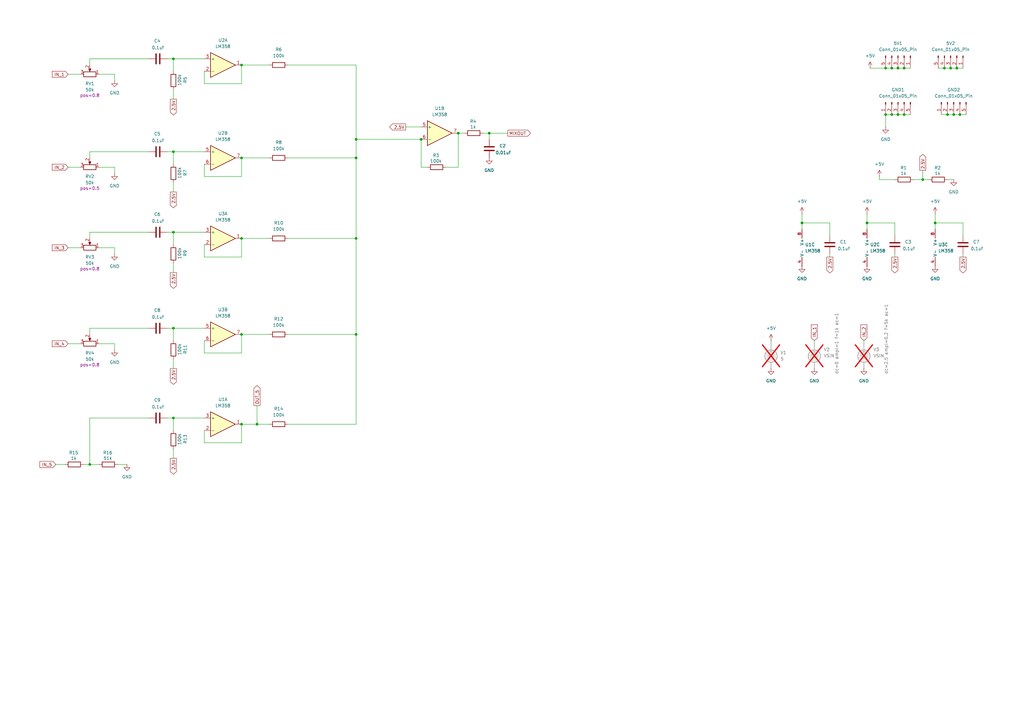
<source format=kicad_sch>
(kicad_sch (version 20231120) (generator "eeschema") (generator_version "8.0")
  (paper "A3")
  (lib_symbols
    (symbol "Amplifier_Operational:LM358" (pin_names (offset 0.127))
      (property "Reference" "U" (at 0 5.08 0))
      (property "Value" "LM358" (at 0 -5.08 0))
      (symbol "LM358_1_1"
        (polyline (pts (xy -5.08 5.08) (xy 5.08 0) (xy -5.08 -5.08) (xy -5.08 5.08)) (stroke (width 0.254)) (fill (type background)))
        (pin output line (at 7.62 0 180) (length 2.54) (name "~") (number "1"))
        (pin input line (at -7.62 -2.54 0) (length 2.54) (name "-") (number "2"))
        (pin input line (at -7.62 2.54 0) (length 2.54) (name "+") (number "3"))
      )
      (symbol "LM358_2_1"
        (polyline (pts (xy -5.08 5.08) (xy 5.08 0) (xy -5.08 -5.08) (xy -5.08 5.08)) (stroke (width 0.254)) (fill (type background)))
        (pin input line (at -7.62 2.54 0) (length 2.54) (name "+") (number "5"))
        (pin input line (at -7.62 -2.54 0) (length 2.54) (name "-") (number "6"))
        (pin output line (at 7.62 0 180) (length 2.54) (name "~") (number "7"))
      )
      (symbol "LM358_3_1"
        (pin power_in line (at -2.54 -7.62 90) (length 3.81) (name "V-") (number "4"))
        (pin power_in line (at -2.54 7.62 270) (length 3.81) (name "V+") (number "8"))
      )
    )
    (symbol "Connector:Conn_01x05_Pin" (pin_names (offset 1.016) hide)
      (property "Reference" "J" (at 0 7.62 0))
      (property "Value" "Conn_01x05_Pin" (at 0 -7.62 0))
      (symbol "Conn_01x05_Pin_1_1"
        (polyline (pts (xy 1.27 -5.08) (xy 0.8636 -5.08)) (stroke (width 0.1524)))
        (polyline (pts (xy 1.27 -2.54) (xy 0.8636 -2.54)) (stroke (width 0.1524)))
        (polyline (pts (xy 1.27 0) (xy 0.8636 0)) (stroke (width 0.1524)))
        (polyline (pts (xy 1.27 2.54) (xy 0.8636 2.54)) (stroke (width 0.1524)))
        (polyline (pts (xy 1.27 5.08) (xy 0.8636 5.08)) (stroke (width 0.1524)))
        (rectangle (start 0.8636 -4.953) (end 0 -5.207) (stroke (width 0.1524)) (fill (type outline)))
        (rectangle (start 0.8636 -2.413) (end 0 -2.667) (stroke (width 0.1524)) (fill (type outline)))
        (rectangle (start 0.8636 0.127) (end 0 -0.127) (stroke (width 0.1524)) (fill (type outline)))
        (rectangle (start 0.8636 2.667) (end 0 2.413) (stroke (width 0.1524)) (fill (type outline)))
        (rectangle (start 0.8636 5.207) (end 0 4.953) (stroke (width 0.1524)) (fill (type outline)))
        (pin passive line (at 5.08 5.08 180) (length 3.81) (name "Pin_1") (number "1"))
        (pin passive line (at 5.08 2.54 180) (length 3.81) (name "Pin_2") (number "2"))
        (pin passive line (at 5.08 0 180) (length 3.81) (name "Pin_3") (number "3"))
        (pin passive line (at 5.08 -2.54 180) (length 3.81) (name "Pin_4") (number "4"))
        (pin passive line (at 5.08 -5.08 180) (length 3.81) (name "Pin_5") (number "5"))
      )
    )
    (symbol "Device:C" (pin_numbers hide) (pin_names (offset 0.254))
      (property "Reference" "C" (at 0.635 2.54 0))
      (property "Value" "C" (at 0.635 -2.54 0))
      (symbol "C_0_1"
        (polyline (pts (xy -2.032 -0.762) (xy 2.032 -0.762)) (stroke (width 0.508)))
        (polyline (pts (xy -2.032 0.762) (xy 2.032 0.762)) (stroke (width 0.508)))
      )
      (symbol "C_1_1"
        (pin passive line (at 0 3.81 270) (length 2.794) (name "~") (number "1"))
        (pin passive line (at 0 -3.81 90) (length 2.794) (name "~") (number "2"))
      )
    )
    (symbol "Device:R" (pin_numbers hide) (pin_names (offset 0))
      (property "Reference" "R" (at 2.032 0 90))
      (property "Value" "R" (at 0 0 90))
      (symbol "R_0_1"
        (rectangle (start -1.016 -2.54) (end 1.016 2.54) (stroke (width 0.254)))
      )
      (symbol "R_1_1"
        (pin passive line (at 0 3.81 270) (length 1.27) (name "~") (number "1"))
        (pin passive line (at 0 -3.81 90) (length 1.27) (name "~") (number "2"))
      )
    )
    (symbol "Device:R_Potentiometer" (pin_names (offset 1.016) hide)
      (property "Reference" "RV" (at -4.445 0 90))
      (property "Value" "R_Potentiometer" (at -2.54 0 90))
      (symbol "R_Potentiometer_0_1"
        (polyline (pts (xy 2.54 0) (xy 1.524 0)))
        (polyline (pts (xy 1.143 0) (xy 2.286 0.508) (xy 2.286 -0.508) (xy 1.143 0)) (fill (type outline)))
        (rectangle (start 1.016 2.54) (end -1.016 -2.54) (stroke (width 0.254)))
      )
      (symbol "R_Potentiometer_1_1"
        (pin passive line (at 0 3.81 270) (length 1.27) (name "1") (number "1"))
        (pin passive line (at 3.81 0 180) (length 1.27) (name "2") (number "2"))
        (pin passive line (at 0 -3.81 90) (length 1.27) (name "3") (number "3"))
      )
    )
    (symbol "Simulation_SPICE:VDC" (pin_numbers hide) (pin_names (offset 0.0254))
      (property "Reference" "V" (at 2.54 2.54 0))
      (property "Value" "1" (at 2.54 0 0))
      (symbol "VDC_0_0"
        (polyline (pts (xy -1.27 0.254) (xy 1.27 0.254)))
        (polyline (pts (xy -0.762 -0.254) (xy -1.27 -0.254)))
        (polyline (pts (xy 0.254 -0.254) (xy -0.254 -0.254)))
        (polyline (pts (xy 1.27 -0.254) (xy 0.762 -0.254)))
        (text "+" (at 0 1.905 0) (effects (font (size 1.27 1.27))))
      )
      (symbol "VDC_0_1"
        (circle (center 0 0) (radius 2.54) (stroke (width 0.254)) (fill (type background)))
      )
      (symbol "VDC_1_1"
        (pin passive line (at 0 5.08 270) (length 2.54) (name "~") (number "1"))
        (pin passive line (at 0 -5.08 90) (length 2.54) (name "~") (number "2"))
      )
    )
    (symbol "Simulation_SPICE:VSIN" (pin_numbers hide) (pin_names (offset 0.0254))
      (property "Reference" "V" (at 2.54 2.54 0))
      (property "Value" "VSIN" (at 2.54 0 0))
      (property "Sim.Params" "dc=0 ampl=1 f=1k ac=1" (at 2.54 -2.54 0))
      (symbol "VSIN_0_0"
        (arc (start 0 0) (mid -0.635 0.6323) (end -1.27 0))
        (arc (start 0 0) (mid 0.635 -0.6323) (end 1.27 0))
        (text "+" (at 0 1.905 0) (effects (font (size 1.27 1.27))))
      )
      (symbol "VSIN_0_1"
        (circle (center 0 0) (radius 2.54) (stroke (width 0.254)) (fill (type background)))
      )
      (symbol "VSIN_1_1"
        (pin passive line (at 0 5.08 270) (length 2.54) (name "~") (number "1"))
        (pin passive line (at 0 -5.08 90) (length 2.54) (name "~") (number "2"))
      )
    )
    (symbol "power:+5V" (power) (pin_numbers hide) (pin_names (offset 0) hide)
      (property "Value" "+5V" (at 0 3.556 0))
      (symbol "+5V_0_1"
        (polyline (pts (xy -0.762 1.27) (xy 0 2.54)))
        (polyline (pts (xy 0 0) (xy 0 2.54)))
        (polyline (pts (xy 0 2.54) (xy 0.762 1.27)))
      )
      (symbol "+5V_1_1"
        (pin power_in line (at 0 0 90) (length 0) (name "~") (number "1"))
      )
    )
    (symbol "power:GND" (power) (pin_numbers hide) (pin_names (offset 0) hide)
      (property "Value" "GND" (at 0 -3.81 0))
      (symbol "GND_0_1"
        (polyline (pts (xy 0 0) (xy 0 -1.27) (xy 1.27 -1.27) (xy 0 -2.54) (xy -1.27 -1.27) (xy 0 -1.27)))
      )
      (symbol "GND_1_1"
        (pin power_in line (at 0 0 270) (length 0) (name "~") (number "1"))
      )
    )
  )
  (junction (at 99.06 137.16))
  (junction (at 355.6 91.44))
  (junction (at 99.06 173.99))
  (junction (at 365.76 46.99))
  (junction (at 387.35 27.94))
  (junction (at 368.3 27.94))
  (junction (at 99.06 26.67))
  (junction (at 383.54 91.44))
  (junction (at 99.06 64.77))
  (junction (at 71.12 62.23))
  (junction (at 328.93 91.44))
  (junction (at 370.84 46.99))
  (junction (at 393.7 46.99))
  (junction (at 99.06 97.79))
  (junction (at 172.72 57.15))
  (junction (at 146.05 137.16))
  (junction (at 200.66 54.61))
  (junction (at 378.46 73.66))
  (junction (at 187.96 54.61))
  (junction (at 105.41 173.99))
  (junction (at 392.43 27.94))
  (junction (at 368.3 46.99))
  (junction (at 363.22 27.94))
  (junction (at 71.12 24.13))
  (junction (at 391.16 46.99))
  (junction (at 36.83 190.5))
  (junction (at 146.05 64.77))
  (junction (at 388.62 46.99))
  (junction (at 365.76 27.94))
  (junction (at 146.05 57.15))
  (junction (at 389.89 27.94))
  (junction (at 71.12 134.62))
  (junction (at 71.12 95.25))
  (junction (at 71.12 171.45))
  (junction (at 363.22 46.99))
  (junction (at 146.05 97.79))
  (junction (at 370.84 27.94))
  (wire (pts (xy 316.23 139.7) (xy 316.23 140.97)))
  (wire (pts (xy 99.06 64.77) (xy 99.06 72.39)))
  (wire (pts (xy 68.58 95.25) (xy 71.12 95.25)))
  (wire (pts (xy 46.99 101.6) (xy 46.99 104.14)))
  (wire (pts (xy 146.05 64.77) (xy 146.05 97.79)))
  (wire (pts (xy 71.12 67.31) (xy 71.12 62.23)))
  (wire (pts (xy 391.16 46.99) (xy 393.7 46.99)))
  (wire (pts (xy 182.88 68.58) (xy 187.96 68.58)))
  (wire (pts (xy 40.64 68.58) (xy 46.99 68.58)))
  (wire (pts (xy 71.12 100.33) (xy 71.12 95.25)))
  (wire (pts (xy 68.58 62.23) (xy 71.12 62.23)))
  (wire (pts (xy 166.37 52.07) (xy 172.72 52.07)))
  (wire (pts (xy 68.58 134.62) (xy 71.12 134.62)))
  (wire (pts (xy 340.36 104.14) (xy 340.36 105.41)))
  (wire (pts (xy 40.64 140.97) (xy 46.99 140.97)))
  (wire (pts (xy 394.97 104.14) (xy 394.97 105.41)))
  (wire (pts (xy 175.26 68.58) (xy 172.72 68.58)))
  (wire (pts (xy 328.93 91.44) (xy 340.36 91.44)))
  (wire (pts (xy 200.66 54.61) (xy 200.66 57.15)))
  (wire (pts (xy 71.12 184.15) (xy 71.12 187.96)))
  (wire (pts (xy 118.11 97.79) (xy 146.05 97.79)))
  (wire (pts (xy 383.54 91.44) (xy 383.54 93.98)))
  (wire (pts (xy 36.83 137.16) (xy 36.83 134.62)))
  (wire (pts (xy 384.81 27.94) (xy 387.35 27.94)))
  (wire (pts (xy 71.12 134.62) (xy 83.82 134.62)))
  (wire (pts (xy 52.07 190.5) (xy 48.26 190.5)))
  (wire (pts (xy 22.86 190.5) (xy 26.67 190.5)))
  (wire (pts (xy 99.06 181.61) (xy 83.82 181.61)))
  (wire (pts (xy 99.06 137.16) (xy 99.06 144.78)))
  (wire (pts (xy 367.03 96.52) (xy 367.03 91.44)))
  (wire (pts (xy 146.05 97.79) (xy 146.05 137.16)))
  (wire (pts (xy 118.11 137.16) (xy 146.05 137.16)))
  (wire (pts (xy 68.58 171.45) (xy 71.12 171.45)))
  (wire (pts (xy 118.11 173.99) (xy 146.05 173.99)))
  (wire (pts (xy 46.99 140.97) (xy 46.99 143.51)))
  (wire (pts (xy 68.58 24.13) (xy 71.12 24.13)))
  (wire (pts (xy 27.94 30.48) (xy 33.02 30.48)))
  (wire (pts (xy 334.01 139.7) (xy 334.01 140.97)))
  (wire (pts (xy 36.83 134.62) (xy 60.96 134.62)))
  (wire (pts (xy 36.83 171.45) (xy 60.96 171.45)))
  (wire (pts (xy 71.12 139.7) (xy 71.12 134.62)))
  (wire (pts (xy 71.12 95.25) (xy 83.82 95.25)))
  (wire (pts (xy 27.94 140.97) (xy 33.02 140.97)))
  (wire (pts (xy 370.84 46.99) (xy 373.38 46.99)))
  (wire (pts (xy 355.6 87.63) (xy 355.6 91.44)))
  (wire (pts (xy 386.08 46.99) (xy 388.62 46.99)))
  (wire (pts (xy 71.12 24.13) (xy 83.82 24.13)))
  (wire (pts (xy 99.06 144.78) (xy 83.82 144.78)))
  (wire (pts (xy 368.3 27.94) (xy 370.84 27.94)))
  (wire (pts (xy 83.82 67.31) (xy 83.82 72.39)))
  (wire (pts (xy 363.22 27.94) (xy 365.76 27.94)))
  (wire (pts (xy 105.41 166.37) (xy 105.41 173.99)))
  (wire (pts (xy 328.93 87.63) (xy 328.93 91.44)))
  (wire (pts (xy 363.22 46.99) (xy 365.76 46.99)))
  (wire (pts (xy 71.12 74.93) (xy 71.12 78.74)))
  (wire (pts (xy 99.06 64.77) (xy 110.49 64.77)))
  (wire (pts (xy 27.94 68.58) (xy 33.02 68.58)))
  (wire (pts (xy 99.06 137.16) (xy 110.49 137.16)))
  (wire (pts (xy 83.82 29.21) (xy 83.82 34.29)))
  (wire (pts (xy 40.64 30.48) (xy 46.99 30.48)))
  (wire (pts (xy 363.22 46.99) (xy 363.22 52.07)))
  (wire (pts (xy 36.83 190.5) (xy 40.64 190.5)))
  (wire (pts (xy 99.06 26.67) (xy 110.49 26.67)))
  (wire (pts (xy 71.12 171.45) (xy 83.82 171.45)))
  (wire (pts (xy 146.05 26.67) (xy 146.05 57.15)))
  (wire (pts (xy 340.36 96.52) (xy 340.36 91.44)))
  (wire (pts (xy 187.96 68.58) (xy 187.96 54.61)))
  (wire (pts (xy 374.65 73.66) (xy 378.46 73.66)))
  (wire (pts (xy 365.76 27.94) (xy 368.3 27.94)))
  (wire (pts (xy 198.12 54.61) (xy 200.66 54.61)))
  (wire (pts (xy 36.83 26.67) (xy 36.83 24.13)))
  (wire (pts (xy 118.11 64.77) (xy 146.05 64.77)))
  (wire (pts (xy 99.06 105.41) (xy 83.82 105.41)))
  (wire (pts (xy 368.3 46.99) (xy 370.84 46.99)))
  (wire (pts (xy 36.83 64.77) (xy 36.83 62.23)))
  (wire (pts (xy 40.64 101.6) (xy 46.99 101.6)))
  (wire (pts (xy 388.62 46.99) (xy 391.16 46.99)))
  (wire (pts (xy 99.06 34.29) (xy 83.82 34.29)))
  (wire (pts (xy 83.82 100.33) (xy 83.82 105.41)))
  (wire (pts (xy 83.82 139.7) (xy 83.82 144.78)))
  (wire (pts (xy 146.05 57.15) (xy 146.05 64.77)))
  (wire (pts (xy 367.03 104.14) (xy 367.03 105.41)))
  (wire (pts (xy 355.6 91.44) (xy 355.6 93.98)))
  (wire (pts (xy 355.6 91.44) (xy 367.03 91.44)))
  (wire (pts (xy 36.83 24.13) (xy 60.96 24.13)))
  (wire (pts (xy 392.43 27.94) (xy 394.97 27.94)))
  (wire (pts (xy 360.68 72.39) (xy 360.68 73.66)))
  (wire (pts (xy 83.82 176.53) (xy 83.82 181.61)))
  (wire (pts (xy 354.33 139.7) (xy 354.33 140.97)))
  (wire (pts (xy 99.06 173.99) (xy 105.41 173.99)))
  (wire (pts (xy 99.06 97.79) (xy 99.06 105.41)))
  (wire (pts (xy 190.5 54.61) (xy 187.96 54.61)))
  (wire (pts (xy 36.83 171.45) (xy 36.83 190.5)))
  (wire (pts (xy 383.54 91.44) (xy 394.97 91.44)))
  (wire (pts (xy 99.06 97.79) (xy 110.49 97.79)))
  (wire (pts (xy 36.83 95.25) (xy 60.96 95.25)))
  (wire (pts (xy 146.05 57.15) (xy 172.72 57.15)))
  (wire (pts (xy 328.93 91.44) (xy 328.93 93.98)))
  (wire (pts (xy 370.84 27.94) (xy 373.38 27.94)))
  (wire (pts (xy 46.99 30.48) (xy 46.99 33.02)))
  (wire (pts (xy 71.12 36.83) (xy 71.12 40.64)))
  (wire (pts (xy 105.41 173.99) (xy 110.49 173.99)))
  (wire (pts (xy 378.46 73.66) (xy 381 73.66)))
  (wire (pts (xy 99.06 72.39) (xy 83.82 72.39)))
  (wire (pts (xy 389.89 27.94) (xy 392.43 27.94)))
  (wire (pts (xy 367.03 73.66) (xy 360.68 73.66)))
  (wire (pts (xy 71.12 107.95) (xy 71.12 111.76)))
  (wire (pts (xy 172.72 57.15) (xy 172.72 68.58)))
  (wire (pts (xy 27.94 101.6) (xy 33.02 101.6)))
  (wire (pts (xy 71.12 62.23) (xy 83.82 62.23)))
  (wire (pts (xy 71.12 29.21) (xy 71.12 24.13)))
  (wire (pts (xy 394.97 96.52) (xy 394.97 91.44)))
  (wire (pts (xy 71.12 147.32) (xy 71.12 151.13)))
  (wire (pts (xy 146.05 137.16) (xy 146.05 173.99)))
  (wire (pts (xy 99.06 26.67) (xy 99.06 34.29)))
  (wire (pts (xy 71.12 176.53) (xy 71.12 171.45)))
  (wire (pts (xy 36.83 97.79) (xy 36.83 95.25)))
  (wire (pts (xy 387.35 27.94) (xy 389.89 27.94)))
  (wire (pts (xy 118.11 26.67) (xy 146.05 26.67)))
  (wire (pts (xy 36.83 62.23) (xy 60.96 62.23)))
  (wire (pts (xy 378.46 73.66) (xy 378.46 69.85)))
  (wire (pts (xy 46.99 68.58) (xy 46.99 71.12)))
  (wire (pts (xy 393.7 46.99) (xy 396.24 46.99)))
  (wire (pts (xy 383.54 87.63) (xy 383.54 91.44)))
  (wire (pts (xy 34.29 190.5) (xy 36.83 190.5)))
  (wire (pts (xy 99.06 173.99) (xy 99.06 181.61)))
  (wire (pts (xy 356.87 27.94) (xy 363.22 27.94)))
  (wire (pts (xy 200.66 54.61) (xy 208.28 54.61)))
  (wire (pts (xy 365.76 46.99) (xy 368.3 46.99)))
  (wire (pts (xy 391.16 73.66) (xy 388.62 73.66)))
  (global_label "2.5V" (shape output) (at 367.03 105.41 270) (property "Intersheetrefs" "${INTERSHEET_REFS}" (effects (hide yes))))
  (global_label "IN_1" (shape input) (at 334.01 139.7 90) (property "Intersheetrefs" "${INTERSHEET_REFS}" (effects (hide yes))))
  (global_label "2.5V" (shape output) (at 71.12 40.64 270) (property "Intersheetrefs" "${INTERSHEET_REFS}" (effects (hide yes))))
  (global_label "IN_3" (shape input) (at 27.94 101.6 180) (property "Intersheetrefs" "${INTERSHEET_REFS}" (effects (hide yes))))
  (global_label "2.5V" (shape output) (at 378.46 69.85 90) (property "Intersheetrefs" "${INTERSHEET_REFS}" (effects (hide yes))))
  (global_label "2.5V" (shape output) (at 71.12 187.96 270) (property "Intersheetrefs" "${INTERSHEET_REFS}" (effects (hide yes))))
  (global_label "IN_5" (shape input) (at 22.86 190.5 180) (property "Intersheetrefs" "${INTERSHEET_REFS}" (effects (hide yes))))
  (global_label "2.5V" (shape output) (at 71.12 151.13 270) (property "Intersheetrefs" "${INTERSHEET_REFS}" (effects (hide yes))))
  (global_label "IN_1" (shape input) (at 27.94 30.48 180) (property "Intersheetrefs" "${INTERSHEET_REFS}" (effects (hide yes))))
  (global_label "OUT_5" (shape output) (at 105.41 166.37 90) (property "Intersheetrefs" "${INTERSHEET_REFS}" (effects (hide yes))))
  (global_label "IN_4" (shape input) (at 27.94 140.97 180) (property "Intersheetrefs" "${INTERSHEET_REFS}" (effects (hide yes))))
  (global_label "2.5V" (shape output) (at 394.97 105.41 270) (property "Intersheetrefs" "${INTERSHEET_REFS}" (effects (hide yes))))
  (global_label "2.5V" (shape output) (at 340.36 105.41 270) (property "Intersheetrefs" "${INTERSHEET_REFS}" (effects (hide yes))))
  (global_label "IN_2" (shape input) (at 27.94 68.58 180) (property "Intersheetrefs" "${INTERSHEET_REFS}" (effects (hide yes))))
  (global_label "2.5V" (shape output) (at 166.37 52.07 180) (property "Intersheetrefs" "${INTERSHEET_REFS}" (effects (hide yes))))
  (global_label "MIXOUT" (shape output) (at 208.28 54.61 0) (property "Intersheetrefs" "${INTERSHEET_REFS}" (effects (hide yes))))
  (global_label "2.5V" (shape output) (at 71.12 78.74 270) (property "Intersheetrefs" "${INTERSHEET_REFS}" (effects (hide yes))))
  (global_label "2.5V" (shape output) (at 71.12 111.76 270) (property "Intersheetrefs" "${INTERSHEET_REFS}" (effects (hide yes))))
  (global_label "IN_2" (shape input) (at 354.33 139.7 90) (property "Intersheetrefs" "${INTERSHEET_REFS}" (effects (hide yes))))
  (symbol (lib_id "Amplifier_Operational:LM358") (at 91.44 97.79 0) (unit 1)
    (property "Reference" "U3" (at 91.44 87.63 0))
    (property "Value" "LM358" (at 91.44 90.17 0))
    (property "Footprint" "Package_SO:SOIC-8-1EP_3.9x4.9mm_P1.27mm_EP2.29x3mm" (effects (hide yes)))
    (property "Datasheet" "http://www.ti.com/lit/ds/symlink/lm2904-n.pdf" (effects (hide yes)))
    (property "Description" "Low-Power, Dual Operational Amplifiers, DIP-8/SOIC-8/TO-99-8" (effects (hide yes)))
    (property "Sim.Library" "${KICAD8_SYMBOL_DIR}/Simulation_SPICE.sp" (effects (hide yes)))
    (property "Sim.Name" "kicad_builtin_opamp_dual" (effects (hide yes)))
    (property "Sim.Device" "SUBCKT" (effects (hide yes)))
    (property "Sim.Pins" "1=out1 2=in1- 3=in1+ 4=vee 5=in2+ 6=in2- 7=out2 8=vcc" (effects (hide yes)))
  )
  (symbol (lib_id "power:GND") (at 200.66 64.77 0) (unit 1)
    (property "Reference" "#PWR03" (effects (hide yes)))
    (property "Value" "GND" (at 200.66 69.85 0))
    (property "Description" "Power symbol creates a global label with name \"GND\" , ground" (effects (hide yes)))
  )
  (symbol (lib_id "Device:C") (at 340.36 100.33 0) (unit 1)
    (property "Reference" "C1" (at 345.821 99.187 0))
    (property "Value" "0.1uf" (at 346.075 101.981 0))
    (property "Footprint" "Capacitor_SMD:C_0402_1005Metric" (effects (hide yes)))
    (property "Description" "Unpolarized capacitor" (effects (hide yes)))
  )
  (symbol (lib_id "power:GND") (at 316.23 151.13 0) (unit 1)
    (property "Reference" "#PWR06" (effects (hide yes)))
    (property "Value" "GND" (at 316.23 156.21 0))
    (property "Description" "Power symbol creates a global label with name \"GND\" , ground" (effects (hide yes)))
  )
  (symbol (lib_id "Device:R") (at 71.12 33.02 0) (unit 1)
    (property "Reference" "R5" (at 75.946 32.766 90))
    (property "Value" "100k" (at 73.66 32.766 90))
    (property "Footprint" "Resistor_SMD:R_0402_1005Metric" (effects (hide yes)))
    (property "Description" "Resistor" (effects (hide yes)))
  )
  (symbol (lib_id "Connector:Conn_01x05_Pin") (at 368.3 22.86 270) (unit 1) (exclude_from_sim yes)
    (property "Reference" "5V1" (at 368.3 17.78 90))
    (property "Value" "Conn_01x05_Pin" (at 368.3 20.32 90))
    (property "Footprint" "Connector_PinHeader_2.54mm:PinHeader_1x05_P2.54mm_Vertical" (effects (hide yes)))
    (property "Description" "Generic connector, single row, 01x05, script generated" (effects (hide yes)))
  )
  (symbol (lib_id "Amplifier_Operational:LM358") (at 331.47 101.6 0) (unit 3)
    (property "Reference" "U1" (at 330.2 100.3299 0) (effects (justify left)))
    (property "Value" "LM358" (at 330.2 102.8699 0) (effects (justify left)))
    (property "Footprint" "Package_SO:SOIC-8-1EP_3.9x4.9mm_P1.27mm_EP2.29x3mm" (effects (hide yes)))
    (property "Datasheet" "http://www.ti.com/lit/ds/symlink/lm2904-n.pdf" (effects (hide yes)))
    (property "Description" "Low-Power, Dual Operational Amplifiers, DIP-8/SOIC-8/TO-99-8" (effects (hide yes)))
    (property "Sim.Library" "${KICAD8_SYMBOL_DIR}/Simulation_SPICE.sp" (effects (hide yes)))
    (property "Sim.Name" "kicad_builtin_opamp_dual" (effects (hide yes)))
    (property "Sim.Device" "SUBCKT" (effects (hide yes)))
    (property "Sim.Pins" "1=out1 2=in1- 3=in1+ 4=vee 5=in2+ 6=in2- 7=out2 8=vcc" (effects (hide yes)))
  )
  (symbol (lib_id "power:GND") (at 46.99 33.02 0) (unit 1)
    (property "Reference" "#PWR04" (effects (hide yes)))
    (property "Value" "GND" (at 46.99 38.1 0))
    (property "Description" "Power symbol creates a global label with name \"GND\" , ground" (effects (hide yes)))
  )
  (symbol (lib_id "Device:R") (at 71.12 180.34 0) (unit 1)
    (property "Reference" "R13" (at 75.946 180.086 90))
    (property "Value" "100k" (at 73.66 180.086 90))
    (property "Footprint" "Resistor_SMD:R_0402_1005Metric" (effects (hide yes)))
    (property "Description" "Resistor" (effects (hide yes)))
  )
  (symbol (lib_id "power:+5V") (at 360.68 72.39 0) (unit 1)
    (property "Reference" "#PWR08" (effects (hide yes)))
    (property "Value" "+5V" (at 360.68 67.31 0))
    (property "Description" "Power symbol creates a global label with name \"+5V\"" (effects (hide yes)))
  )
  (symbol (lib_id "Device:C") (at 64.77 134.62 90) (unit 1)
    (property "Reference" "C8" (at 64.516 127.254 90))
    (property "Value" "0.1uf" (at 64.77 130.048 90))
    (property "Footprint" "Capacitor_SMD:C_0402_1005Metric" (effects (hide yes)))
    (property "Description" "Unpolarized capacitor" (effects (hide yes)))
  )
  (symbol (lib_id "power:GND") (at 383.54 109.22 0) (unit 1)
    (property "Reference" "#PWR017" (effects (hide yes)))
    (property "Value" "GND" (at 383.54 114.3 0))
    (property "Description" "Power symbol creates a global label with name \"GND\" , ground" (effects (hide yes)))
  )
  (symbol (lib_id "Device:C") (at 394.97 100.33 0) (unit 1)
    (property "Reference" "C7" (at 400.431 99.187 0))
    (property "Value" "0.1uf" (at 400.685 101.981 0))
    (property "Footprint" "Capacitor_SMD:C_0402_1005Metric" (effects (hide yes)))
    (property "Description" "Unpolarized capacitor" (effects (hide yes)))
  )
  (symbol (lib_id "Device:C") (at 200.66 60.96 0) (unit 1)
    (property "Reference" "C2" (at 206.121 59.817 0))
    (property "Value" "0.01uf" (at 206.375 62.611 0))
    (property "Footprint" "Capacitor_SMD:C_0402_1005Metric" (effects (hide yes)))
    (property "Description" "Unpolarized capacitor" (effects (hide yes)))
  )
  (symbol (lib_id "power:+5V") (at 328.93 87.63 0) (unit 1)
    (property "Reference" "#PWR09" (effects (hide yes)))
    (property "Value" "+5V" (at 328.93 82.55 0))
    (property "Description" "Power symbol creates a global label with name \"+5V\"" (effects (hide yes)))
  )
  (symbol (lib_id "Device:C") (at 64.77 95.25 90) (unit 1)
    (property "Reference" "C6" (at 64.516 87.884 90))
    (property "Value" "0.1uf" (at 64.77 90.678 90))
    (property "Footprint" "Capacitor_SMD:C_0402_1005Metric" (effects (hide yes)))
    (property "Description" "Unpolarized capacitor" (effects (hide yes)))
  )
  (symbol (lib_id "power:GND") (at 363.22 52.07 0) (unit 1)
    (property "Reference" "#PWR05" (effects (hide yes)))
    (property "Value" "GND" (at 363.22 57.15 0))
    (property "Description" "Power symbol creates a global label with name \"GND\" , ground" (effects (hide yes)))
  )
  (symbol (lib_id "Device:R") (at 114.3 64.77 90) (unit 1)
    (property "Reference" "R8" (at 114.3 58.42 90))
    (property "Value" "100k" (at 114.3 60.96 90))
    (property "Footprint" "Resistor_SMD:R_0402_1005Metric" (effects (hide yes)))
    (property "Description" "Resistor" (effects (hide yes)))
  )
  (symbol (lib_id "Device:R") (at 71.12 104.14 0) (unit 1)
    (property "Reference" "R9" (at 75.946 103.886 90))
    (property "Value" "100k" (at 73.66 103.886 90))
    (property "Footprint" "Resistor_SMD:R_0402_1005Metric" (effects (hide yes)))
    (property "Description" "Resistor" (effects (hide yes)))
  )
  (symbol (lib_id "Amplifier_Operational:LM358") (at 91.44 137.16 0) (unit 2)
    (property "Reference" "U3" (at 91.44 127 0))
    (property "Value" "LM358" (at 91.44 129.54 0))
    (property "Footprint" "Package_SO:SOIC-8-1EP_3.9x4.9mm_P1.27mm_EP2.29x3mm" (effects (hide yes)))
    (property "Datasheet" "http://www.ti.com/lit/ds/symlink/lm2904-n.pdf" (effects (hide yes)))
    (property "Description" "Low-Power, Dual Operational Amplifiers, DIP-8/SOIC-8/TO-99-8" (effects (hide yes)))
    (property "Sim.Library" "${KICAD8_SYMBOL_DIR}/Simulation_SPICE.sp" (effects (hide yes)))
    (property "Sim.Name" "kicad_builtin_opamp_dual" (effects (hide yes)))
    (property "Sim.Device" "SUBCKT" (effects (hide yes)))
    (property "Sim.Pins" "1=out1 2=in1- 3=in1+ 4=vee 5=in2+ 6=in2- 7=out2 8=vcc" (effects (hide yes)))
  )
  (symbol (lib_id "Device:C") (at 64.77 171.45 90) (unit 1)
    (property "Reference" "C9" (at 64.516 164.084 90))
    (property "Value" "0.1uf" (at 64.77 166.878 90))
    (property "Footprint" "Capacitor_SMD:C_0402_1005Metric" (effects (hide yes)))
    (property "Description" "Unpolarized capacitor" (effects (hide yes)))
  )
  (symbol (lib_id "Device:R") (at 114.3 173.99 90) (unit 1)
    (property "Reference" "R14" (at 114.3 167.64 90))
    (property "Value" "100k" (at 114.3 170.18 90))
    (property "Footprint" "Resistor_SMD:R_0402_1005Metric" (effects (hide yes)))
    (property "Description" "Resistor" (effects (hide yes)))
  )
  (symbol (lib_id "power:+5V") (at 316.23 139.7 0) (unit 1)
    (property "Reference" "#PWR010" (effects (hide yes)))
    (property "Value" "+5V" (at 316.23 134.62 0))
    (property "Description" "Power symbol creates a global label with name \"+5V\"" (effects (hide yes)))
  )
  (symbol (lib_id "Device:R") (at 384.81 73.66 90) (unit 1)
    (property "Reference" "R2" (at 384.556 68.834 90))
    (property "Value" "1k" (at 384.556 71.12 90))
    (property "Footprint" "Resistor_SMD:R_0402_1005Metric" (effects (hide yes)))
    (property "Description" "Resistor" (effects (hide yes)))
  )
  (symbol (lib_id "power:GND") (at 46.99 104.14 0) (unit 1)
    (property "Reference" "#PWR015" (effects (hide yes)))
    (property "Value" "GND" (at 46.99 109.22 0))
    (property "Description" "Power symbol creates a global label with name \"GND\" , ground" (effects (hide yes)))
  )
  (symbol (lib_id "power:GND") (at 52.07 190.5 0) (unit 1)
    (property "Reference" "#PWR020" (effects (hide yes)))
    (property "Value" "GND" (at 52.07 195.58 0))
    (property "Description" "Power symbol creates a global label with name \"GND\" , ground" (effects (hide yes)))
  )
  (symbol (lib_id "Device:R") (at 114.3 97.79 90) (unit 1)
    (property "Reference" "R10" (at 114.3 91.44 90))
    (property "Value" "100k" (at 114.3 93.98 90))
    (property "Footprint" "Resistor_SMD:R_0402_1005Metric" (effects (hide yes)))
    (property "Description" "Resistor" (effects (hide yes)))
  )
  (symbol (lib_id "Device:R") (at 194.31 54.61 90) (unit 1)
    (property "Reference" "R4" (at 194.056 49.784 90))
    (property "Value" "1k" (at 194.056 52.07 90))
    (property "Footprint" "Resistor_SMD:R_0402_1005Metric" (effects (hide yes)))
    (property "Description" "Resistor" (effects (hide yes)))
  )
  (symbol (lib_id "Simulation_SPICE:VSIN") (at 334.01 146.05 0) (unit 1) (dnp yes)
    (property "Reference" "V2" (at 337.82 143.3801 0) (effects (justify left)))
    (property "Value" "VSIN" (at 337.82 145.9201 0) (effects (justify left)))
    (property "Datasheet" "https://ngspice.sourceforge.io/docs/ngspice-html-manual/manual.xhtml#sec_Independent_Sources_for" (effects (hide yes)))
    (property "Description" "Voltage source, sinusoidal" (effects (hide yes)))
    (property "Sim.Pins" "1=+ 2=-" (effects (hide yes)))
    (property "Sim.Params" "dc=0 ampl=1 f=1k ac=1" (at 343.154 153.416 90) (effects (justify left)))
    (property "Sim.Type" "SIN" (effects (hide yes)))
    (property "Sim.Device" "V" (effects (hide yes)))
  )
  (symbol (lib_id "power:GND") (at 328.93 109.22 0) (unit 1)
    (property "Reference" "#PWR01" (effects (hide yes)))
    (property "Value" "GND" (at 328.93 114.3 0))
    (property "Description" "Power symbol creates a global label with name \"GND\" , ground" (effects (hide yes)))
  )
  (symbol (lib_id "Device:C") (at 64.77 24.13 90) (unit 1)
    (property "Reference" "C4" (at 64.516 16.764 90))
    (property "Value" "0.1uf" (at 64.77 19.558 90))
    (property "Footprint" "Capacitor_SMD:C_0402_1005Metric" (effects (hide yes)))
    (property "Description" "Unpolarized capacitor" (effects (hide yes)))
  )
  (symbol (lib_id "power:GND") (at 355.6 109.22 0) (unit 1)
    (property "Reference" "#PWR013" (effects (hide yes)))
    (property "Value" "GND" (at 355.6 114.3 0))
    (property "Description" "Power symbol creates a global label with name \"GND\" , ground" (effects (hide yes)))
  )
  (symbol (lib_id "Device:R_Potentiometer") (at 36.83 101.6 270) (mirror x) (unit 1)
    (property "Reference" "RV3" (at 36.83 105.41 90))
    (property "Value" "50k" (at 36.83 107.95 90))
    (property "Description" "Potentiometer" (effects (hide yes)))
    (property "Sim.Device" "R" (effects (hide yes)))
    (property "Sim.Type" "POT" (effects (hide yes)))
    (property "Sim.Pins" "1=r0 2=wiper 3=r1" (effects (hide yes)))
    (property "Sim.Params" "pos=0.8" (at 36.83 110.236 90))
  )
  (symbol (lib_id "Amplifier_Operational:LM358") (at 91.44 173.99 0) (unit 1)
    (property "Reference" "U1" (at 91.44 163.83 0))
    (property "Value" "LM358" (at 91.44 166.37 0))
    (property "Footprint" "Package_SO:SOIC-8-1EP_3.9x4.9mm_P1.27mm_EP2.29x3mm" (effects (hide yes)))
    (property "Datasheet" "http://www.ti.com/lit/ds/symlink/lm2904-n.pdf" (effects (hide yes)))
    (property "Description" "Low-Power, Dual Operational Amplifiers, DIP-8/SOIC-8/TO-99-8" (effects (hide yes)))
    (property "Sim.Library" "${KICAD8_SYMBOL_DIR}/Simulation_SPICE.sp" (effects (hide yes)))
    (property "Sim.Name" "kicad_builtin_opamp_dual" (effects (hide yes)))
    (property "Sim.Device" "SUBCKT" (effects (hide yes)))
    (property "Sim.Pins" "1=out1 2=in1- 3=in1+ 4=vee 5=in2+ 6=in2- 7=out2 8=vcc" (effects (hide yes)))
  )
  (symbol (lib_id "Device:R") (at 370.84 73.66 90) (unit 1)
    (property "Reference" "R1" (at 370.586 68.834 90))
    (property "Value" "1k" (at 370.586 71.12 90))
    (property "Footprint" "Resistor_SMD:R_0402_1005Metric" (effects (hide yes)))
    (property "Description" "Resistor" (effects (hide yes)))
  )
  (symbol (lib_id "Connector:Conn_01x05_Pin") (at 389.89 22.86 270) (unit 1) (exclude_from_sim yes)
    (property "Reference" "5V2" (at 389.89 17.78 90))
    (property "Value" "Conn_01x05_Pin" (at 389.89 20.32 90))
    (property "Footprint" "Connector_PinHeader_2.54mm:PinHeader_1x05_P2.54mm_Vertical" (effects (hide yes)))
    (property "Description" "Generic connector, single row, 01x05, script generated" (effects (hide yes)))
  )
  (symbol (lib_id "Simulation_SPICE:VDC") (at 316.23 146.05 0) (unit 1) (dnp yes)
    (property "Reference" "V1" (at 320.04 144.6501 0) (effects (justify left)))
    (property "Value" "5" (at 320.04 147.1901 0) (effects (justify left)))
    (property "Datasheet" "https://ngspice.sourceforge.io/docs/ngspice-html-manual/manual.xhtml#sec_Independent_Sources_for" (effects (hide yes)))
    (property "Description" "Voltage source, DC" (effects (hide yes)))
    (property "Sim.Pins" "1=+ 2=-" (effects (hide yes)))
    (property "Sim.Type" "DC" (effects (hide yes)))
    (property "Sim.Device" "V" (effects (hide yes)))
  )
  (symbol (lib_id "Amplifier_Operational:LM358") (at 180.34 54.61 0) (unit 2)
    (property "Reference" "U1" (at 180.34 44.45 0))
    (property "Value" "LM358" (at 180.34 46.99 0))
    (property "Footprint" "Package_SO:SOIC-8-1EP_3.9x4.9mm_P1.27mm_EP2.29x3mm" (effects (hide yes)))
    (property "Datasheet" "http://www.ti.com/lit/ds/symlink/lm2904-n.pdf" (effects (hide yes)))
    (property "Description" "Low-Power, Dual Operational Amplifiers, DIP-8/SOIC-8/TO-99-8" (effects (hide yes)))
    (property "Sim.Library" "${KICAD8_SYMBOL_DIR}/Simulation_SPICE.sp" (effects (hide yes)))
    (property "Sim.Name" "kicad_builtin_opamp_dual" (effects (hide yes)))
    (property "Sim.Device" "SUBCKT" (effects (hide yes)))
    (property "Sim.Pins" "1=out1 2=in1- 3=in1+ 4=vee 5=in2+ 6=in2- 7=out2 8=vcc" (effects (hide yes)))
  )
  (symbol (lib_id "Device:R_Potentiometer") (at 36.83 68.58 270) (mirror x) (unit 1)
    (property "Reference" "RV2" (at 36.83 72.39 90))
    (property "Value" "50k" (at 36.83 74.93 90))
    (property "Description" "Potentiometer" (effects (hide yes)))
    (property "Sim.Device" "R" (effects (hide yes)))
    (property "Sim.Type" "POT" (effects (hide yes)))
    (property "Sim.Pins" "1=r0 2=wiper 3=r1" (effects (hide yes)))
    (property "Sim.Params" "pos=0.5" (at 36.83 77.216 90))
  )
  (symbol (lib_id "Amplifier_Operational:LM358") (at 91.44 26.67 0) (unit 1)
    (property "Reference" "U2" (at 91.44 16.51 0))
    (property "Value" "LM358" (at 91.44 19.05 0))
    (property "Footprint" "Package_SO:SOIC-8-1EP_3.9x4.9mm_P1.27mm_EP2.29x3mm" (effects (hide yes)))
    (property "Datasheet" "http://www.ti.com/lit/ds/symlink/lm2904-n.pdf" (effects (hide yes)))
    (property "Description" "Low-Power, Dual Operational Amplifiers, DIP-8/SOIC-8/TO-99-8" (effects (hide yes)))
    (property "Sim.Library" "${KICAD8_SYMBOL_DIR}/Simulation_SPICE.sp" (effects (hide yes)))
    (property "Sim.Name" "kicad_builtin_opamp_dual" (effects (hide yes)))
    (property "Sim.Device" "SUBCKT" (effects (hide yes)))
    (property "Sim.Pins" "1=out1 2=in1- 3=in1+ 4=vee 5=in2+ 6=in2- 7=out2 8=vcc" (effects (hide yes)))
  )
  (symbol (lib_id "Device:R") (at 71.12 71.12 0) (unit 1)
    (property "Reference" "R7" (at 75.946 70.866 90))
    (property "Value" "100k" (at 73.66 70.866 90))
    (property "Footprint" "Resistor_SMD:R_0402_1005Metric" (effects (hide yes)))
    (property "Description" "Resistor" (effects (hide yes)))
  )
  (symbol (lib_id "Device:R") (at 114.3 26.67 90) (unit 1)
    (property "Reference" "R6" (at 114.3 20.32 90))
    (property "Value" "100k" (at 114.3 22.86 90))
    (property "Footprint" "Resistor_SMD:R_0402_1005Metric" (effects (hide yes)))
    (property "Description" "Resistor" (effects (hide yes)))
  )
  (symbol (lib_id "Device:R_Potentiometer") (at 36.83 30.48 270) (mirror x) (unit 1)
    (property "Reference" "RV1" (at 36.83 34.29 90))
    (property "Value" "50k" (at 36.83 36.83 90))
    (property "Description" "Potentiometer" (effects (hide yes)))
    (property "Sim.Device" "R" (effects (hide yes)))
    (property "Sim.Type" "POT" (effects (hide yes)))
    (property "Sim.Pins" "1=r0 2=wiper 3=r1" (effects (hide yes)))
    (property "Sim.Params" "pos=0.8" (at 36.83 39.116 90))
  )
  (symbol (lib_id "Amplifier_Operational:LM358") (at 358.14 101.6 0) (unit 3)
    (property "Reference" "U2" (at 356.87 100.3299 0) (effects (justify left)))
    (property "Value" "LM358" (at 356.87 102.8699 0) (effects (justify left)))
    (property "Footprint" "Package_SO:SOIC-8-1EP_3.9x4.9mm_P1.27mm_EP2.29x3mm" (effects (hide yes)))
    (property "Datasheet" "http://www.ti.com/lit/ds/symlink/lm2904-n.pdf" (effects (hide yes)))
    (property "Description" "Low-Power, Dual Operational Amplifiers, DIP-8/SOIC-8/TO-99-8" (effects (hide yes)))
    (property "Sim.Library" "${KICAD8_SYMBOL_DIR}/Simulation_SPICE.sp" (effects (hide yes)))
    (property "Sim.Name" "kicad_builtin_opamp_dual" (effects (hide yes)))
    (property "Sim.Device" "SUBCKT" (effects (hide yes)))
    (property "Sim.Pins" "1=out1 2=in1- 3=in1+ 4=vee 5=in2+ 6=in2- 7=out2 8=vcc" (effects (hide yes)))
  )
  (symbol (lib_id "Amplifier_Operational:LM358") (at 386.08 101.6 0) (unit 3)
    (property "Reference" "U3" (at 384.81 100.3299 0) (effects (justify left)))
    (property "Value" "LM358" (at 384.81 102.8699 0) (effects (justify left)))
    (property "Footprint" "Package_SO:SOIC-8-1EP_3.9x4.9mm_P1.27mm_EP2.29x3mm" (effects (hide yes)))
    (property "Datasheet" "http://www.ti.com/lit/ds/symlink/lm2904-n.pdf" (effects (hide yes)))
    (property "Description" "Low-Power, Dual Operational Amplifiers, DIP-8/SOIC-8/TO-99-8" (effects (hide yes)))
    (property "Sim.Library" "${KICAD8_SYMBOL_DIR}/Simulation_SPICE.sp" (effects (hide yes)))
    (property "Sim.Name" "kicad_builtin_opamp_dual" (effects (hide yes)))
    (property "Sim.Device" "SUBCKT" (effects (hide yes)))
    (property "Sim.Pins" "1=out1 2=in1- 3=in1+ 4=vee 5=in2+ 6=in2- 7=out2 8=vcc" (effects (hide yes)))
  )
  (symbol (lib_id "Device:R") (at 44.45 190.5 90) (unit 1)
    (property "Reference" "R16" (at 44.196 185.674 90))
    (property "Value" "51k" (at 44.196 187.96 90))
    (property "Footprint" "Resistor_SMD:R_0402_1005Metric" (effects (hide yes)))
    (property "Description" "Resistor" (effects (hide yes)))
  )
  (symbol (lib_id "Amplifier_Operational:LM358") (at 91.44 64.77 0) (unit 2)
    (property "Reference" "U2" (at 91.44 54.61 0))
    (property "Value" "LM358" (at 91.44 57.15 0))
    (property "Footprint" "Package_SO:SOIC-8-1EP_3.9x4.9mm_P1.27mm_EP2.29x3mm" (effects (hide yes)))
    (property "Datasheet" "http://www.ti.com/lit/ds/symlink/lm2904-n.pdf" (effects (hide yes)))
    (property "Description" "Low-Power, Dual Operational Amplifiers, DIP-8/SOIC-8/TO-99-8" (effects (hide yes)))
    (property "Sim.Library" "${KICAD8_SYMBOL_DIR}/Simulation_SPICE.sp" (effects (hide yes)))
    (property "Sim.Name" "kicad_builtin_opamp_dual" (effects (hide yes)))
    (property "Sim.Device" "SUBCKT" (effects (hide yes)))
    (property "Sim.Pins" "1=out1 2=in1- 3=in1+ 4=vee 5=in2+ 6=in2- 7=out2 8=vcc" (effects (hide yes)))
  )
  (symbol (lib_id "Device:R") (at 71.12 143.51 0) (unit 1)
    (property "Reference" "R11" (at 75.946 143.256 90))
    (property "Value" "100k" (at 73.66 143.256 90))
    (property "Footprint" "Resistor_SMD:R_0402_1005Metric" (effects (hide yes)))
    (property "Description" "Resistor" (effects (hide yes)))
  )
  (symbol (lib_id "power:GND") (at 46.99 143.51 0) (unit 1)
    (property "Reference" "#PWR018" (effects (hide yes)))
    (property "Value" "GND" (at 46.99 148.59 0))
    (property "Description" "Power symbol creates a global label with name \"GND\" , ground" (effects (hide yes)))
  )
  (symbol (lib_id "power:+5V") (at 355.6 87.63 0) (unit 1)
    (property "Reference" "#PWR012" (effects (hide yes)))
    (property "Value" "+5V" (at 355.6 82.55 0))
    (property "Description" "Power symbol creates a global label with name \"+5V\"" (effects (hide yes)))
  )
  (symbol (lib_id "Connector:Conn_01x05_Pin") (at 391.16 41.91 90) (mirror x) (unit 1) (exclude_from_sim yes)
    (property "Reference" "GND2" (at 391.16 36.83 90))
    (property "Value" "Conn_01x05_Pin" (at 391.16 39.37 90))
    (property "Footprint" "Connector_PinHeader_2.54mm:PinHeader_1x05_P2.54mm_Vertical" (effects (hide yes)))
    (property "Description" "Generic connector, single row, 01x05, script generated" (effects (hide yes)))
  )
  (symbol (lib_id "Device:R_Potentiometer") (at 36.83 140.97 270) (mirror x) (unit 1)
    (property "Reference" "RV4" (at 36.83 144.78 90))
    (property "Value" "50k" (at 36.83 147.32 90))
    (property "Description" "Potentiometer" (effects (hide yes)))
    (property "Sim.Device" "R" (effects (hide yes)))
    (property "Sim.Type" "POT" (effects (hide yes)))
    (property "Sim.Pins" "1=r0 2=wiper 3=r1" (effects (hide yes)))
    (property "Sim.Params" "pos=0.8" (at 36.83 149.606 90))
  )
  (symbol (lib_id "power:+5V") (at 356.87 27.94 0) (unit 1)
    (property "Reference" "#PWR07" (effects (hide yes)))
    (property "Value" "+5V" (at 356.87 22.86 0))
    (property "Description" "Power symbol creates a global label with name \"+5V\"" (effects (hide yes)))
  )
  (symbol (lib_id "power:GND") (at 334.01 151.13 0) (unit 1)
    (property "Reference" "#PWR011" (effects (hide yes)))
    (property "Value" "GND" (at 334.01 156.21 0))
    (property "Description" "Power symbol creates a global label with name \"GND\" , ground" (effects (hide yes)))
  )
  (symbol (lib_id "Device:C") (at 367.03 100.33 0) (unit 1)
    (property "Reference" "C3" (at 372.491 99.187 0))
    (property "Value" "0.1uf" (at 372.745 101.981 0))
    (property "Footprint" "Capacitor_SMD:C_0402_1005Metric" (effects (hide yes)))
    (property "Description" "Unpolarized capacitor" (effects (hide yes)))
  )
  (symbol (lib_id "power:GND") (at 354.33 151.13 0) (unit 1)
    (property "Reference" "#PWR019" (effects (hide yes)))
    (property "Value" "GND" (at 354.33 156.21 0))
    (property "Description" "Power symbol creates a global label with name \"GND\" , ground" (effects (hide yes)))
  )
  (symbol (lib_id "Device:C") (at 64.77 62.23 90) (unit 1)
    (property "Reference" "C5" (at 64.516 54.864 90))
    (property "Value" "0.1uf" (at 64.77 57.658 90))
    (property "Footprint" "Capacitor_SMD:C_0402_1005Metric" (effects (hide yes)))
    (property "Description" "Unpolarized capacitor" (effects (hide yes)))
  )
  (symbol (lib_id "power:GND") (at 46.99 71.12 0) (unit 1)
    (property "Reference" "#PWR014" (effects (hide yes)))
    (property "Value" "GND" (at 46.99 76.2 0))
    (property "Description" "Power symbol creates a global label with name \"GND\" , ground" (effects (hide yes)))
  )
  (symbol (lib_id "Device:R") (at 30.48 190.5 90) (unit 1)
    (property "Reference" "R15" (at 30.226 185.674 90))
    (property "Value" "1k" (at 30.226 187.96 90))
    (property "Footprint" "Resistor_SMD:R_0402_1005Metric" (effects (hide yes)))
    (property "Description" "Resistor" (effects (hide yes)))
  )
  (symbol (lib_id "Connector:Conn_01x05_Pin") (at 368.3 41.91 90) (mirror x) (unit 1) (exclude_from_sim yes)
    (property "Reference" "GND1" (at 368.3 36.83 90))
    (property "Value" "Conn_01x05_Pin" (at 368.3 39.37 90))
    (property "Footprint" "Connector_PinHeader_2.54mm:PinHeader_1x05_P2.54mm_Vertical" (effects (hide yes)))
    (property "Description" "Generic connector, single row, 01x05, script generated" (effects (hide yes)))
  )
  (symbol (lib_id "Device:R") (at 114.3 137.16 90) (unit 1)
    (property "Reference" "R12" (at 114.3 130.81 90))
    (property "Value" "100k" (at 114.3 133.35 90))
    (property "Footprint" "Resistor_SMD:R_0402_1005Metric" (effects (hide yes)))
    (property "Description" "Resistor" (effects (hide yes)))
  )
  (symbol (lib_id "Simulation_SPICE:VSIN") (at 354.33 146.05 0) (unit 1) (dnp yes)
    (property "Reference" "V3" (at 358.14 143.3801 0) (effects (justify left)))
    (property "Value" "VSIN" (at 358.14 145.9201 0) (effects (justify left)))
    (property "Datasheet" "https://ngspice.sourceforge.io/docs/ngspice-html-manual/manual.xhtml#sec_Independent_Sources_for" (effects (hide yes)))
    (property "Description" "Voltage source, sinusoidal" (effects (hide yes)))
    (property "Sim.Pins" "1=+ 2=-" (effects (hide yes)))
    (property "Sim.Params" "dc=2.5 ampl=0.2 f=5k ac=1" (at 363.474 153.416 90) (effects (justify left)))
    (property "Sim.Type" "SIN" (effects (hide yes)))
    (property "Sim.Device" "V" (effects (hide yes)))
  )
  (symbol (lib_id "Device:R") (at 179.07 68.58 90) (unit 1)
    (property "Reference" "R3" (at 178.816 63.754 90))
    (property "Value" "100k" (at 178.816 66.04 90))
    (property "Footprint" "Resistor_SMD:R_0402_1005Metric" (effects (hide yes)))
    (property "Description" "Resistor" (effects (hide yes)))
  )
  (symbol (lib_id "power:+5V") (at 383.54 87.63 0) (unit 1)
    (property "Reference" "#PWR016" (effects (hide yes)))
    (property "Value" "+5V" (at 383.54 82.55 0))
    (property "Description" "Power symbol creates a global label with name \"+5V\"" (effects (hide yes)))
  )
  (symbol (lib_id "power:GND") (at 391.16 73.66 0) (unit 1)
    (property "Reference" "#PWR02" (effects (hide yes)))
    (property "Value" "GND" (at 391.16 78.74 0))
    (property "Description" "Power symbol creates a global label with name \"GND\" , ground" (effects (hide yes)))
  )
)
</source>
